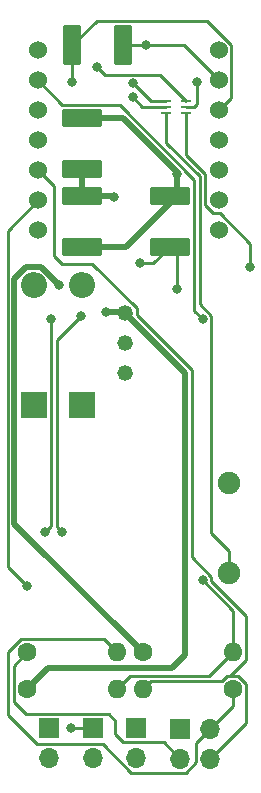
<source format=gtl>
%TF.GenerationSoftware,KiCad,Pcbnew,7.0.10*%
%TF.CreationDate,2024-06-11T23:19:59-07:00*%
%TF.ProjectId,NB002-NGP,4e423030-322d-44e4-9750-2e6b69636164,rev?*%
%TF.SameCoordinates,Original*%
%TF.FileFunction,Copper,L1,Top*%
%TF.FilePolarity,Positive*%
%FSLAX46Y46*%
G04 Gerber Fmt 4.6, Leading zero omitted, Abs format (unit mm)*
G04 Created by KiCad (PCBNEW 7.0.10) date 2024-06-11 23:19:59*
%MOMM*%
%LPD*%
G01*
G04 APERTURE LIST*
G04 Aperture macros list*
%AMRoundRect*
0 Rectangle with rounded corners*
0 $1 Rounding radius*
0 $2 $3 $4 $5 $6 $7 $8 $9 X,Y pos of 4 corners*
0 Add a 4 corners polygon primitive as box body*
4,1,4,$2,$3,$4,$5,$6,$7,$8,$9,$2,$3,0*
0 Add four circle primitives for the rounded corners*
1,1,$1+$1,$2,$3*
1,1,$1+$1,$4,$5*
1,1,$1+$1,$6,$7*
1,1,$1+$1,$8,$9*
0 Add four rect primitives between the rounded corners*
20,1,$1+$1,$2,$3,$4,$5,0*
20,1,$1+$1,$4,$5,$6,$7,0*
20,1,$1+$1,$6,$7,$8,$9,0*
20,1,$1+$1,$8,$9,$2,$3,0*%
G04 Aperture macros list end*
%TA.AperFunction,ComponentPad*%
%ADD10R,2.200000X2.200000*%
%TD*%
%TA.AperFunction,ComponentPad*%
%ADD11O,2.200000X2.200000*%
%TD*%
%TA.AperFunction,ComponentPad*%
%ADD12R,1.700000X1.700000*%
%TD*%
%TA.AperFunction,ComponentPad*%
%ADD13O,1.700000X1.700000*%
%TD*%
%TA.AperFunction,SMDPad,CuDef*%
%ADD14R,0.812800X0.228600*%
%TD*%
%TA.AperFunction,SMDPad,CuDef*%
%ADD15RoundRect,0.250000X1.450000X-0.537500X1.450000X0.537500X-1.450000X0.537500X-1.450000X-0.537500X0*%
%TD*%
%TA.AperFunction,ComponentPad*%
%ADD16C,1.320800*%
%TD*%
%TA.AperFunction,ComponentPad*%
%ADD17C,1.600000*%
%TD*%
%TA.AperFunction,ComponentPad*%
%ADD18O,1.600000X1.600000*%
%TD*%
%TA.AperFunction,SMDPad,CuDef*%
%ADD19RoundRect,0.250000X-0.537500X-1.450000X0.537500X-1.450000X0.537500X1.450000X-0.537500X1.450000X0*%
%TD*%
%TA.AperFunction,ComponentPad*%
%ADD20C,1.905000*%
%TD*%
%TA.AperFunction,ComponentPad*%
%ADD21C,1.524000*%
%TD*%
%TA.AperFunction,ViaPad*%
%ADD22C,0.800000*%
%TD*%
%TA.AperFunction,Conductor*%
%ADD23C,0.250000*%
%TD*%
%TA.AperFunction,Conductor*%
%ADD24C,0.500000*%
%TD*%
G04 APERTURE END LIST*
D10*
%TO.P,D1,1,K*%
%TO.N,Net-(D1-K)*%
X117600000Y-107880000D03*
D11*
%TO.P,D1,2,A*%
%TO.N,Net-(D1-A)*%
X117600000Y-97720000D03*
%TD*%
D12*
%TO.P,SW2,1*%
%TO.N,unconnected-(U4-D1-Pad2)*%
X118900000Y-135225000D03*
D13*
%TO.P,SW2,2*%
%TO.N,unconnected-(U4-D2-Pad3)*%
X118900000Y-137765000D03*
%TD*%
D14*
%TO.P,H1,1*%
%TO.N,Net-(HBridge1-In1)*%
X128798200Y-82100002D03*
%TO.P,H1,2*%
%TO.N,unconnected-(U4-D8-Pad9)*%
X128798200Y-82600001D03*
%TO.P,H1,3*%
%TO.N,Net-(B4--)*%
X128798200Y-83100000D03*
%TO.P,H1,4*%
%TO.N,Net-(HBridge1-Out2)*%
X130500000Y-83100000D03*
%TO.P,H1,5*%
%TO.N,Net-(B4-+)*%
X130500000Y-82600001D03*
%TO.P,H1,6*%
%TO.N,Net-(HBridge1-Out1)*%
X130500000Y-82100002D03*
%TD*%
D15*
%TO.P,C2,1*%
%TO.N,Net-(HBridge1-VDD)*%
X121700000Y-87837500D03*
%TO.P,C2,2*%
%TO.N,Net-(D1-K)*%
X121700000Y-83562500D03*
%TD*%
%TO.P,C1,1*%
%TO.N,Net-(B4-+)*%
X129100000Y-94437500D03*
%TO.P,C1,2*%
%TO.N,Net-(D1-K)*%
X129100000Y-90162500D03*
%TD*%
D16*
%TO.P,SW1,1,A*%
%TO.N,Net-(B4-+)*%
X125324900Y-102600000D03*
%TO.P,SW1,2,B*%
%TO.N,Net-(HBridge1-VDD)*%
X125324900Y-100060000D03*
%TO.P,SW1,3,C*%
%TO.N,unconnected-(SW1-C-Pad3)*%
X125324900Y-105140000D03*
%TD*%
D12*
%TO.P,U2,1,GND*%
%TO.N,Net-(U2-GND)*%
X130000000Y-135260000D03*
D13*
%TO.P,U2,2,VDD*%
%TO.N,Net-(U2-VDD)*%
X132540000Y-135260000D03*
%TO.P,U2,3,SCL*%
%TO.N,Net-(U2-SCL)*%
X130000000Y-137800000D03*
%TO.P,U2,4,SDA*%
%TO.N,Net-(U2-SDA)*%
X132540000Y-137800000D03*
%TD*%
D12*
%TO.P,B4,1,+*%
%TO.N,Net-(B4-+)*%
X126300000Y-135225000D03*
D13*
%TO.P,B4,2,-*%
%TO.N,Net-(B4--)*%
X126300000Y-137765000D03*
%TD*%
D17*
%TO.P,R4,1*%
%TO.N,Net-(U2-SCL)*%
X117025100Y-128800000D03*
D18*
%TO.P,R4,2*%
%TO.N,Net-(U2-VDD)*%
X124645100Y-128800000D03*
%TD*%
D19*
%TO.P,C4,1*%
%TO.N,Net-(U2-VDD)*%
X120862500Y-77400000D03*
%TO.P,C4,2*%
%TO.N,Net-(U2-GND)*%
X125137500Y-77400000D03*
%TD*%
D20*
%TO.P,F1,1*%
%TO.N,Net-(D1-K)*%
X134120000Y-114490000D03*
%TO.P,F1,2*%
%TO.N,Net-(B4--)*%
X134120000Y-122110000D03*
%TD*%
D17*
%TO.P,R2,1*%
%TO.N,Net-(D2-A)*%
X126835100Y-128800000D03*
D18*
%TO.P,R2,2*%
%TO.N,Net-(U4-D0)*%
X134455100Y-128800000D03*
%TD*%
D12*
%TO.P,M1,1,+*%
%TO.N,Net-(HBridge1-Out1)*%
X122600000Y-135225000D03*
D13*
%TO.P,M1,2,-*%
%TO.N,Net-(HBridge1-Out2)*%
X122600000Y-137765000D03*
%TD*%
D10*
%TO.P,D2,1,K*%
%TO.N,Net-(D1-A)*%
X121700000Y-107880000D03*
D11*
%TO.P,D2,2,A*%
%TO.N,Net-(D2-A)*%
X121700000Y-97720000D03*
%TD*%
D17*
%TO.P,R1,1*%
%TO.N,Net-(HBridge1-VDD)*%
X117035100Y-131900000D03*
D18*
%TO.P,R1,2*%
%TO.N,Net-(U4-D0)*%
X124655100Y-131900000D03*
%TD*%
D21*
%TO.P,U4,0*%
%TO.N,N/C*%
X117957500Y-77830400D03*
%TO.P,U4,1,D0*%
%TO.N,Net-(U4-D0)*%
X117957500Y-80370400D03*
%TO.P,U4,2,D1*%
%TO.N,unconnected-(U4-D1-Pad2)*%
X117957500Y-82910400D03*
%TO.P,U4,3,D2*%
%TO.N,unconnected-(U4-D2-Pad3)*%
X117957500Y-85450400D03*
%TO.P,U4,3V3*%
%TO.N,Net-(U2-VDD)*%
X133257500Y-82910400D03*
%TO.P,U4,4,D3*%
%TO.N,Net-(U2-SDA)*%
X117957500Y-87990400D03*
%TO.P,U4,5,D4_SDA*%
%TO.N,Net-(U2-SCL)*%
X117957500Y-90530400D03*
%TO.P,U4,5V*%
%TO.N,N/C*%
X133257500Y-77830400D03*
%TO.P,U4,6,D5_SCL*%
X117957500Y-93070400D03*
%TO.P,U4,7,D6*%
%TO.N,Net-(U4-D6)*%
X133257500Y-93070400D03*
%TO.P,U4,8,D7*%
%TO.N,Net-(U4-D7)*%
X133257500Y-90530400D03*
%TO.P,U4,9,D8*%
%TO.N,unconnected-(U4-D8-Pad9)*%
X133257500Y-87990400D03*
%TO.P,U4,10,D9*%
%TO.N,Net-(HBridge1-In1)*%
X133257500Y-85450400D03*
%TO.P,U4,GND*%
%TO.N,Net-(U2-GND)*%
X133257500Y-80370400D03*
%TD*%
D17*
%TO.P,R3,1*%
%TO.N,Net-(U2-VDD)*%
X134455100Y-131900000D03*
D18*
%TO.P,R3,2*%
%TO.N,Net-(U2-SDA)*%
X126835100Y-131900000D03*
%TD*%
D15*
%TO.P,C3,1*%
%TO.N,Net-(D1-K)*%
X121700000Y-94437500D03*
%TO.P,C3,2*%
%TO.N,Net-(HBridge1-VDD)*%
X121700000Y-90162500D03*
%TD*%
D22*
%TO.N,Net-(B4-+)*%
X126600000Y-95800000D03*
X129700000Y-98000000D03*
X131400000Y-80500000D03*
%TO.N,Net-(D1-K)*%
X129700000Y-88300000D03*
%TO.N,Net-(HBridge1-VDD)*%
X124400000Y-90200000D03*
X123700000Y-100000000D03*
%TO.N,Net-(D2-A)*%
X119780000Y-97720000D03*
%TO.N,Net-(HBridge1-Out1)*%
X120800000Y-135200000D03*
X123000000Y-79200000D03*
%TO.N,Net-(HBridge1-Out2)*%
X135900000Y-96200000D03*
%TO.N,Net-(U4-D0)*%
X131900000Y-122700000D03*
X131900000Y-100600000D03*
%TO.N,Net-(U2-VDD)*%
X120862500Y-80462500D03*
%TO.N,Net-(U2-SCL)*%
X117000000Y-123200000D03*
%TO.N,Net-(U2-GND)*%
X127100000Y-77400000D03*
%TO.N,unconnected-(U4-D1-Pad2)*%
X120000000Y-118600000D03*
X121600000Y-100300000D03*
%TO.N,unconnected-(U4-D2-Pad3)*%
X119100000Y-100600000D03*
X118600000Y-118600000D03*
%TO.N,unconnected-(U4-D8-Pad9)*%
X126000000Y-81800000D03*
%TO.N,Net-(HBridge1-In1)*%
X126000000Y-80600000D03*
%TD*%
D23*
%TO.N,Net-(B4-+)*%
X129100000Y-94437500D02*
X127737500Y-95800000D01*
X131170701Y-82600001D02*
X131400000Y-82370702D01*
X131400000Y-82370702D02*
X131400000Y-80500000D01*
X130500000Y-82600001D02*
X131170701Y-82600001D01*
X127737500Y-95800000D02*
X126600000Y-95800000D01*
X129700000Y-98000000D02*
X129700000Y-94437500D01*
%TO.N,Net-(B4--)*%
X132625000Y-100299695D02*
X131650000Y-99324695D01*
X128798200Y-83100000D02*
X128798200Y-85648200D01*
X128798200Y-85648200D02*
X131650000Y-88500000D01*
X134120000Y-120220000D02*
X132625000Y-118725000D01*
X134120000Y-122110000D02*
X134120000Y-120220000D01*
X131650000Y-99324695D02*
X131650000Y-88500000D01*
X132625000Y-118725000D02*
X132625000Y-100299695D01*
D24*
%TO.N,Net-(D1-K)*%
X121700000Y-94437500D02*
X125425000Y-94437500D01*
X121700000Y-83562500D02*
X125174633Y-83562500D01*
X129700000Y-88300000D02*
X129700000Y-90162500D01*
X125174633Y-83562500D02*
X129700000Y-88087867D01*
X129700000Y-88087867D02*
X129700000Y-88300000D01*
X125425000Y-94437500D02*
X129700000Y-90162500D01*
%TO.N,Net-(HBridge1-VDD)*%
X130400000Y-128973372D02*
X130400000Y-105135100D01*
X118835100Y-130100000D02*
X129273372Y-130100000D01*
X121700000Y-87837500D02*
X121700000Y-90162500D01*
X125264900Y-100000000D02*
X125324900Y-100060000D01*
X124400000Y-90200000D02*
X124362500Y-90162500D01*
X130400000Y-105135100D02*
X125324900Y-100060000D01*
X124362500Y-90162500D02*
X121700000Y-90162500D01*
X129273372Y-130100000D02*
X130400000Y-128973372D01*
X123700000Y-100000000D02*
X125264900Y-100000000D01*
X117035100Y-131900000D02*
X118835100Y-130100000D01*
%TO.N,Net-(D2-A)*%
X115975000Y-97152968D02*
X115975000Y-117939900D01*
X119780000Y-97707968D02*
X118242032Y-96170000D01*
X116957968Y-96170000D02*
X115975000Y-97152968D01*
X118242032Y-96170000D02*
X116957968Y-96170000D01*
X115975000Y-117939900D02*
X126835100Y-128800000D01*
X119780000Y-97720000D02*
X119780000Y-97707968D01*
D23*
%TO.N,Net-(HBridge1-Out1)*%
X123675000Y-79875000D02*
X128274998Y-79875000D01*
X122600000Y-135225000D02*
X120825000Y-135225000D01*
X128274998Y-79875000D02*
X130500000Y-82100002D01*
X123000000Y-79200000D02*
X123675000Y-79875000D01*
X120825000Y-135225000D02*
X120800000Y-135200000D01*
%TO.N,Net-(HBridge1-Out2)*%
X132100000Y-90950000D02*
X132100000Y-88300000D01*
X135900000Y-94175649D02*
X133341751Y-91617400D01*
X133341751Y-91617400D02*
X132767400Y-91617400D01*
X130500000Y-83100000D02*
X130500000Y-86700000D01*
X130500000Y-86700000D02*
X132100000Y-88300000D01*
X132767400Y-91617400D02*
X132100000Y-90950000D01*
X135900000Y-96200000D02*
X135900000Y-94175649D01*
%TO.N,Net-(U4-D0)*%
X131200000Y-88774695D02*
X131200000Y-99900000D01*
X134455100Y-128800000D02*
X132480100Y-130775000D01*
X134455100Y-125255100D02*
X131900000Y-122700000D01*
X134455100Y-128800000D02*
X134455100Y-125255100D01*
X117957500Y-80370400D02*
X120037100Y-82450000D01*
X132480100Y-130775000D02*
X125780100Y-130775000D01*
X120037100Y-82450000D02*
X124875305Y-82450000D01*
X131200000Y-99900000D02*
X131900000Y-100600000D01*
X124875305Y-82450000D02*
X131200000Y-88774695D01*
X125780100Y-130775000D02*
X124655100Y-131900000D01*
%TO.N,Net-(U2-VDD)*%
X125848299Y-138975000D02*
X130490000Y-138975000D01*
X115450000Y-134125000D02*
X117915000Y-136590000D01*
X131365000Y-136435000D02*
X132540000Y-135260000D01*
X116559109Y-127675000D02*
X115450000Y-128784109D01*
X133257500Y-82910400D02*
X134344500Y-81823400D01*
X123463299Y-136590000D02*
X125848299Y-138975000D01*
X123520100Y-127675000D02*
X116559109Y-127675000D01*
X120862500Y-80462500D02*
X120862500Y-77400000D01*
X134344500Y-77380149D02*
X132264351Y-75300000D01*
X115450000Y-128784109D02*
X115450000Y-134125000D01*
X131365000Y-138100000D02*
X131365000Y-136435000D01*
X124645100Y-128800000D02*
X123520100Y-127675000D01*
X134344500Y-81823400D02*
X134344500Y-77380149D01*
X117915000Y-136590000D02*
X123463299Y-136590000D01*
X122962500Y-75300000D02*
X120862500Y-77400000D01*
X130490000Y-138975000D02*
X131365000Y-138100000D01*
X134455100Y-133344900D02*
X134455100Y-131900000D01*
X132540000Y-135260000D02*
X134455100Y-133344900D01*
X132264351Y-75300000D02*
X122962500Y-75300000D01*
%TO.N,Net-(U2-SDA)*%
X119300000Y-95200000D02*
X119300000Y-89332900D01*
X130975000Y-120749695D02*
X130975000Y-104896927D01*
X133989109Y-130775000D02*
X134225000Y-130775000D01*
X132625000Y-122399695D02*
X130975000Y-120749695D01*
X133989109Y-130775000D02*
X134921091Y-130775000D01*
X122558467Y-95900000D02*
X120000000Y-95900000D01*
X134225000Y-130775000D02*
X135580100Y-129419900D01*
X135580100Y-131434009D02*
X135580100Y-134759900D01*
X120000000Y-95900000D02*
X119300000Y-95200000D01*
X135580100Y-134759900D02*
X132540000Y-137800000D01*
X127510100Y-131225000D02*
X133539109Y-131225000D01*
X134921091Y-130775000D02*
X135580100Y-131434009D01*
X126835100Y-131900000D02*
X127510100Y-131225000D01*
X135580100Y-129419900D02*
X135580100Y-125743704D01*
X119300000Y-89332900D02*
X117957500Y-87990400D01*
X133539109Y-131225000D02*
X133989109Y-130775000D01*
X130975000Y-104896927D02*
X126310300Y-100232228D01*
X132625000Y-122788604D02*
X132625000Y-122399695D01*
X135580100Y-125743704D02*
X132625000Y-122788604D01*
X126310300Y-99651833D02*
X122558467Y-95900000D01*
X126310300Y-100232228D02*
X126310300Y-99651833D01*
%TO.N,Net-(U2-SCL)*%
X124500000Y-135700000D02*
X124500000Y-134600000D01*
X116950000Y-134050000D02*
X115900000Y-133000000D01*
X115400000Y-93087900D02*
X117957500Y-90530400D01*
X123950000Y-134050000D02*
X116950000Y-134050000D01*
X125200000Y-136400000D02*
X124500000Y-135700000D01*
X128600000Y-136400000D02*
X125200000Y-136400000D01*
X115900000Y-129925100D02*
X117025100Y-128800000D01*
X130000000Y-137800000D02*
X128600000Y-136400000D01*
X117000000Y-123200000D02*
X115400000Y-121600000D01*
X115400000Y-121600000D02*
X115400000Y-93087900D01*
X124500000Y-134600000D02*
X123950000Y-134050000D01*
X115900000Y-133000000D02*
X115900000Y-129925100D01*
%TO.N,Net-(U2-GND)*%
X125137500Y-77400000D02*
X127100000Y-77400000D01*
X127100000Y-77400000D02*
X130287100Y-77400000D01*
X130287100Y-77400000D02*
X133257500Y-80370400D01*
%TO.N,unconnected-(U4-D1-Pad2)*%
X121600000Y-100300000D02*
X119550000Y-102350000D01*
X119550000Y-118150000D02*
X120000000Y-118600000D01*
X119550000Y-118100000D02*
X119550000Y-118150000D01*
X119550000Y-102350000D02*
X119550000Y-118100000D01*
%TO.N,unconnected-(U4-D2-Pad3)*%
X119100000Y-100600000D02*
X119100000Y-118100000D01*
X119100000Y-118100000D02*
X118600000Y-118600000D01*
X118600000Y-118600000D02*
X118700000Y-118500000D01*
%TO.N,unconnected-(U4-D8-Pad9)*%
X126800001Y-82600001D02*
X128798200Y-82600001D01*
X126000000Y-81800000D02*
X126800001Y-82600001D01*
%TO.N,Net-(HBridge1-In1)*%
X126000000Y-80600000D02*
X127500002Y-82100002D01*
X127500002Y-82100002D02*
X128798200Y-82100002D01*
%TD*%
M02*

</source>
